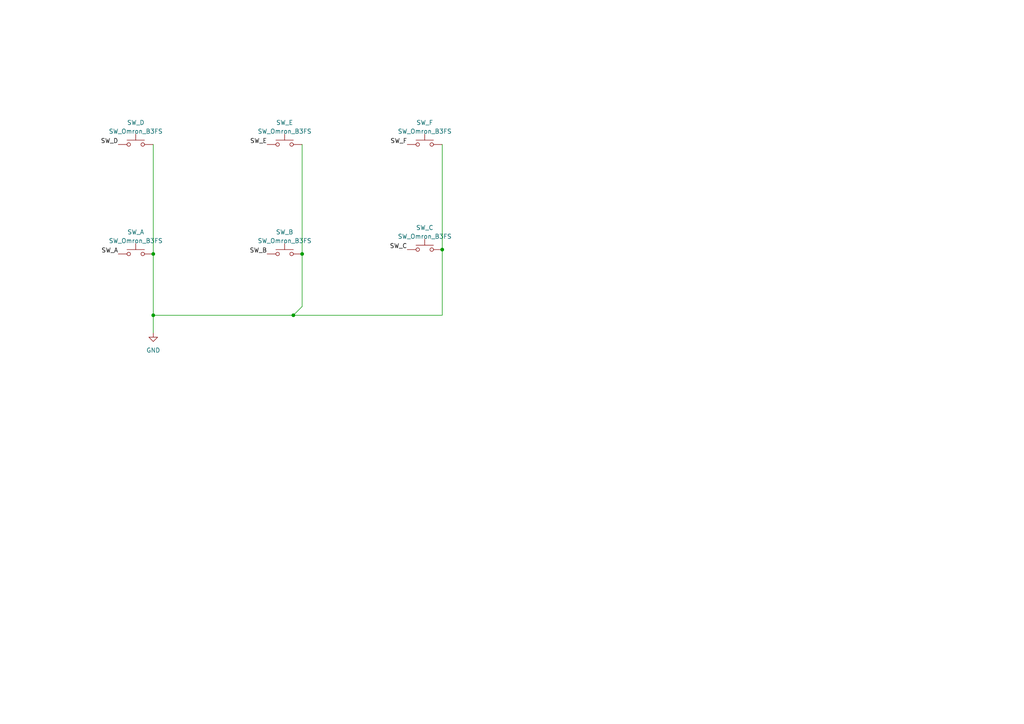
<source format=kicad_sch>
(kicad_sch (version 20230121) (generator eeschema)
  (paper "A4")
  (lib_symbols
    (symbol "Switch:SW_Omron_B3FS" (pin_numbers hide) (pin_names (offset 1.016) hide)
      (property "Reference" "SW" (at 1.27 2.54 0))
      (property "Value" "SW_Omron_B3FS" (at 0 -1.524 0))
      (symbol "SW_Omron_B3FS_0_1"
        (circle (center -2.032 0) (radius 0.508))
        (polyline (pts (xy 0 1.27) (xy 0 3.048)))
        (polyline (pts (xy 2.54 1.27) (xy -2.54 1.27)))
        (circle (center 2.032 0) (radius 0.508))
        (pin passive line (at -5.08 0 0) (length 2.54) (name "1") (number "1"))
        (pin passive line (at 5.08 0 180) (length 2.54) (name "2") (number "2"))
      )
    )
    (symbol "power:GND" (power) (pin_names (offset 0))
      (property "Value" "GND" (at 0 -3.81 0))
      (symbol "GND_0_1"
        (polyline (pts (xy 0 0) (xy 0 -1.27) (xy 1.27 -1.27) (xy 0 -2.54) (xy -1.27 -1.27) (xy 0 -1.27)))
      )
      (symbol "GND_1_1"
        (pin power_in line (at 0 0 270) (length 0) hide (name "GND") (number "1"))
      )
    )
  )
  (junction (at 128.27 72.39))
  (junction (at 44.45 73.66))
  (junction (at 85.09 91.44))
  (junction (at 87.63 73.66))
  (junction (at 44.45 91.44))
  (wire (pts (xy 85.09 91.44) (xy 128.27 91.44)))
  (wire (pts (xy 87.63 73.66) (xy 87.63 88.9)))
  (wire (pts (xy 44.45 91.44) (xy 44.45 96.52)))
  (wire (pts (xy 128.27 72.39) (xy 128.27 91.44)))
  (wire (pts (xy 44.45 41.91) (xy 44.45 73.66)))
  (wire (pts (xy 87.63 88.9) (xy 85.09 91.44)))
  (wire (pts (xy 128.27 41.91) (xy 128.27 72.39)))
  (wire (pts (xy 44.45 91.44) (xy 85.09 91.44)))
  (wire (pts (xy 44.45 73.66) (xy 44.45 91.44)))
  (wire (pts (xy 87.63 41.91) (xy 87.63 73.66)))
  (label "SW_D" (at 34.29 41.91 180))
  (label "SW_E" (at 77.47 41.91 180))
  (label "SW_B" (at 77.47 73.66 180))
  (label "SW_F" (at 118.11 41.91 180))
  (label "SW_A" (at 34.29 73.66 180))
  (label "SW_C" (at 118.11 72.39 180))
  (symbol (lib_id "Switch:SW_Omron_B3FS") (at 39.37 73.66 0) (unit 1)
    (property "Reference" "SW_A" (at 39.37 67.31 0))
    (property "Value" "SW_Omron_B3FS" (at 39.37 69.85 0))
    (property "Datasheet" "https://omronfs.omron.com/en_US/ecb/products/pdf/en-b3fs.pdf" (effects hide))
  )
  (symbol (lib_id "Switch:SW_Omron_B3FS") (at 82.55 41.91 0) (unit 1)
    (property "Reference" "SW_E" (at 82.55 35.56 0))
    (property "Value" "SW_Omron_B3FS" (at 82.55 38.1 0))
    (property "Datasheet" "https://omronfs.omron.com/en_US/ecb/products/pdf/en-b3fs.pdf" (effects hide))
  )
  (symbol (lib_id "Switch:SW_Omron_B3FS") (at 123.19 72.39 0) (unit 1)
    (property "Reference" "SW_C" (at 123.19 66.04 0))
    (property "Value" "SW_Omron_B3FS" (at 123.19 68.58 0))
    (property "Datasheet" "https://omronfs.omron.com/en_US/ecb/products/pdf/en-b3fs.pdf" (effects hide))
  )
  (symbol (lib_id "Switch:SW_Omron_B3FS") (at 82.55 73.66 0) (unit 1)
    (property "Reference" "SW_B" (at 82.55 67.31 0))
    (property "Value" "SW_Omron_B3FS" (at 82.55 69.85 0))
    (property "Datasheet" "https://omronfs.omron.com/en_US/ecb/products/pdf/en-b3fs.pdf" (effects hide))
  )
  (symbol (lib_id "Switch:SW_Omron_B3FS") (at 39.37 41.91 0) (unit 1)
    (property "Reference" "SW_D" (at 39.37 35.56 0))
    (property "Value" "SW_Omron_B3FS" (at 39.37 38.1 0))
    (property "Datasheet" "https://omronfs.omron.com/en_US/ecb/products/pdf/en-b3fs.pdf" (effects hide))
  )
  (symbol (lib_id "Switch:SW_Omron_B3FS") (at 123.19 41.91 0) (unit 1)
    (property "Reference" "SW_F" (at 123.19 35.56 0))
    (property "Value" "SW_Omron_B3FS" (at 123.19 38.1 0))
    (property "Datasheet" "https://omronfs.omron.com/en_US/ecb/products/pdf/en-b3fs.pdf" (effects hide))
  )
  (symbol (lib_id "power:GND") (at 44.45 96.52 0) (unit 1)
    (property "Reference" "#PWR07" (effects hide))
    (property "Value" "GND" (at 44.45 101.6 0))
  )
)
</source>
